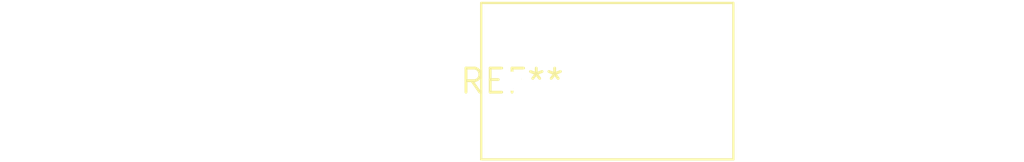
<source format=kicad_pcb>
(kicad_pcb (version 20240108) (generator pcbnew)
  (layers (0 "F.Cu" signal) (31 "B.Cu" signal) (34 "B.Paste" user) (35 "F.Paste" user) (36 "B.SilkS" user "B.Silkscreen") (37 "F.SilkS" user "F.Silkscreen") (38 "B.Mask" user) (39 "F.Mask" user) (44 "Edge.Cuts" user))
  (net 0 "")
  (footprint "C_Rect_L13.0mm_W8.0mm_P10.00mm_FKS3_FKP3_MKS4" (layer "F.Cu") (at 0 0)
    (property "Reference" "REF**")
    (property "Value" "C_Rect_L13.0mm_W8.0mm_P10.00mm_FKS3_FKP3_MKS4")
    (fp_line (start -1.62 -4.12) (end -1.62 4.12) (layer "F.SilkS") (stroke (width 0.12)))
    (fp_line (start -1.62 -4.12) (end 11.62 -4.12) (layer "F.SilkS") (stroke (width 0.12)))
    (fp_line (start -1.62 4.12) (end 11.62 4.12) (layer "F.SilkS") (stroke (width 0.12)))
    (fp_line (start 11.62 -4.12) (end 11.62 4.12) (layer "F.SilkS") (stroke (width 0.12)))
    (pad "1" thru_hole circle (at 0 0) (size 2 2) (drill 1) (layers *.Cu *.Mask) (remove_unused_layers))
    (pad "2" thru_hole circle (at 10 0) (size 2 2) (drill 1) (layers *.Cu *.Mask) (remove_unused_layers))
  )
)
</source>
